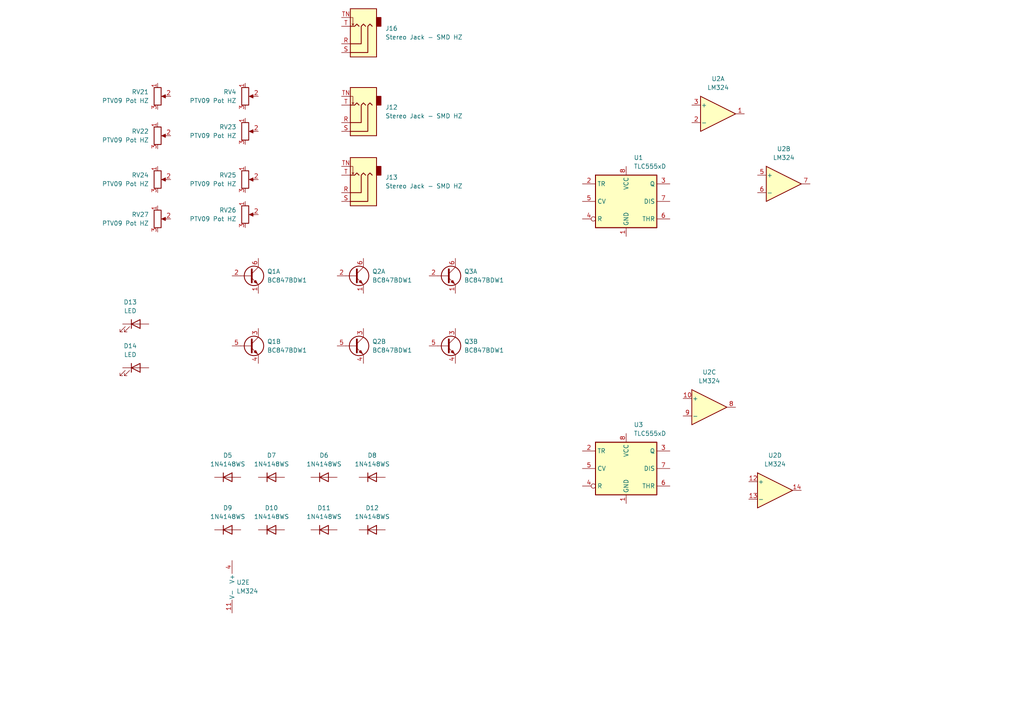
<source format=kicad_sch>
(kicad_sch (version 20231120) (generator "eeschema") (generator_version "8.0")
  (paper "A4")
  (title_block (title "Audio Thing Template") (rev "1.0") (company "velvia-fifty") (comment 1 "https://github.com/velvia-fifty/AudioThings") (comment 2 "You should have changed this already :)") (comment 4 "Stay humble"))
  (lib_symbols
    (symbol "Amplifier_Operational:LM324" (pin_names (offset 0.127))
      (property "Reference" "U" (at 0 5.08 0))
      (property "Value" "LM324" (at 0 -5.08 0))
      (symbol "LM324_1_1"
        (polyline (pts (xy -5.08 5.08) (xy 5.08 0) (xy -5.08 -5.08) (xy -5.08 5.08)) (stroke (width 0.254)) (fill (type background)))
        (pin output line (at 7.62 0 180) (length 2.54) (name "~") (number "1"))
        (pin input line (at -7.62 -2.54 0) (length 2.54) (name "-") (number "2"))
        (pin input line (at -7.62 2.54 0) (length 2.54) (name "+") (number "3"))
      )
      (symbol "LM324_2_1"
        (polyline (pts (xy -5.08 5.08) (xy 5.08 0) (xy -5.08 -5.08) (xy -5.08 5.08)) (stroke (width 0.254)) (fill (type background)))
        (pin input line (at -7.62 2.54 0) (length 2.54) (name "+") (number "5"))
        (pin input line (at -7.62 -2.54 0) (length 2.54) (name "-") (number "6"))
        (pin output line (at 7.62 0 180) (length 2.54) (name "~") (number "7"))
      )
      (symbol "LM324_3_1"
        (polyline (pts (xy -5.08 5.08) (xy 5.08 0) (xy -5.08 -5.08) (xy -5.08 5.08)) (stroke (width 0.254)) (fill (type background)))
        (pin input line (at -7.62 2.54 0) (length 2.54) (name "+") (number "10"))
        (pin output line (at 7.62 0 180) (length 2.54) (name "~") (number "8"))
        (pin input line (at -7.62 -2.54 0) (length 2.54) (name "-") (number "9"))
      )
      (symbol "LM324_4_1"
        (polyline (pts (xy -5.08 5.08) (xy 5.08 0) (xy -5.08 -5.08) (xy -5.08 5.08)) (stroke (width 0.254)) (fill (type background)))
        (pin input line (at -7.62 2.54 0) (length 2.54) (name "+") (number "12"))
        (pin input line (at -7.62 -2.54 0) (length 2.54) (name "-") (number "13"))
        (pin output line (at 7.62 0 180) (length 2.54) (name "~") (number "14"))
      )
      (symbol "LM324_5_1"
        (pin power_in line (at -2.54 -7.62 90) (length 3.81) (name "V-") (number "11"))
        (pin power_in line (at -2.54 7.62 270) (length 3.81) (name "V+") (number "4"))
      )
    )
    (symbol "Connector_Audio:AudioJack3_SwitchT"
      (property "Reference" "J" (at 0 8.89 0))
      (property "Value" "AudioJack3_SwitchT" (at 0 6.35 0))
      (symbol "AudioJack3_SwitchT_0_1"
        (rectangle (start -5.08 -5.08) (end -6.35 -7.62) (stroke (width 0.254)) (fill (type outline)))
        (polyline (pts (xy 1.778 -5.334) (xy 2.032 -5.842)))
        (polyline (pts (xy 0 -5.08) (xy 0.635 -5.715) (xy 1.27 -5.08) (xy 2.54 -5.08)) (stroke (width 0.254)))
        (polyline (pts (xy 2.54 -7.62) (xy 1.778 -7.62) (xy 1.778 -5.334) (xy 1.524 -5.842)))
        (polyline (pts (xy -1.905 -5.08) (xy -1.27 -5.715) (xy -0.635 -5.08) (xy -0.635 0) (xy 2.54 0)) (stroke (width 0.254)))
        (polyline (pts (xy 2.54 2.54) (xy -2.54 2.54) (xy -2.54 -5.08) (xy -3.175 -5.715) (xy -3.81 -5.08)) (stroke (width 0.254)))
        (rectangle (start 2.54 3.81) (end -5.08 -10.16) (stroke (width 0.254)) (fill (type background)))
      )
      (symbol "AudioJack3_SwitchT_1_1"
        (pin passive line (at 5.08 0 180) (length 2.54) (name "~") (number "R"))
        (pin passive line (at 5.08 2.54 180) (length 2.54) (name "~") (number "S"))
        (pin passive line (at 5.08 -5.08 180) (length 2.54) (name "~") (number "T"))
        (pin passive line (at 5.08 -7.62 180) (length 2.54) (name "~") (number "TN"))
      )
    )
    (symbol "Device:LED" (pin_numbers hide) (pin_names (offset 1.016) hide)
      (property "Reference" "D" (at 0 2.54 0))
      (property "Value" "LED" (at 0 -2.54 0))
      (symbol "LED_0_1"
        (polyline (pts (xy -1.27 -1.27) (xy -1.27 1.27)) (stroke (width 0.254)))
        (polyline (pts (xy -1.27 0) (xy 1.27 0)))
        (polyline (pts (xy 1.27 -1.27) (xy 1.27 1.27) (xy -1.27 0) (xy 1.27 -1.27)) (stroke (width 0.254)))
        (polyline (pts (xy -3.048 -0.762) (xy -4.572 -2.286) (xy -3.81 -2.286) (xy -4.572 -2.286) (xy -4.572 -1.524)))
        (polyline (pts (xy -1.778 -0.762) (xy -3.302 -2.286) (xy -2.54 -2.286) (xy -3.302 -2.286) (xy -3.302 -1.524)))
      )
      (symbol "LED_1_1"
        (pin passive line (at -3.81 0 0) (length 2.54) (name "K") (number "1"))
        (pin passive line (at 3.81 0 180) (length 2.54) (name "A") (number "2"))
      )
    )
    (symbol "Device:R_Potentiometer" (pin_names (offset 1.016) hide)
      (property "Reference" "RV" (at -4.445 0 90))
      (property "Value" "R_Potentiometer" (at -2.54 0 90))
      (symbol "R_Potentiometer_0_1"
        (polyline (pts (xy 2.54 0) (xy 1.524 0)))
        (polyline (pts (xy 1.143 0) (xy 2.286 0.508) (xy 2.286 -0.508) (xy 1.143 0)) (fill (type outline)))
        (rectangle (start 1.016 2.54) (end -1.016 -2.54) (stroke (width 0.254)))
      )
      (symbol "R_Potentiometer_1_1"
        (pin passive line (at 0 3.81 270) (length 1.27) (name "1") (number "1"))
        (pin passive line (at 3.81 0 180) (length 1.27) (name "2") (number "2"))
        (pin passive line (at 0 -3.81 90) (length 1.27) (name "3") (number "3"))
      )
    )
    (symbol "Diode:1N4148WS" (pin_numbers hide) (pin_names hide)
      (property "Reference" "D" (at 0 2.54 0))
      (property "Value" "1N4148WS" (at 0 -2.54 0))
      (symbol "1N4148WS_0_1"
        (polyline (pts (xy -1.27 1.27) (xy -1.27 -1.27)) (stroke (width 0.254)))
        (polyline (pts (xy 1.27 0) (xy -1.27 0)))
        (polyline (pts (xy 1.27 1.27) (xy 1.27 -1.27) (xy -1.27 0) (xy 1.27 1.27)) (stroke (width 0.254)))
      )
      (symbol "1N4148WS_1_1"
        (pin passive line (at -3.81 0 0) (length 2.54) (name "K") (number "1"))
        (pin passive line (at 3.81 0 180) (length 2.54) (name "A") (number "2"))
      )
    )
    (symbol "Timer:TLC555xD"
      (property "Reference" "U" (at -10.16 8.89 0))
      (property "Value" "TLC555xD" (at 2.54 8.89 0))
      (symbol "TLC555xD_0_0"
        (pin power_in line (at 0 -10.16 90) (length 2.54) (name "GND") (number "1"))
        (pin power_in line (at 0 10.16 270) (length 2.54) (name "VCC") (number "8"))
      )
      (symbol "TLC555xD_0_1"
        (rectangle (start -8.89 -7.62) (end 8.89 7.62) (stroke (width 0.254)) (fill (type background)))
        (rectangle (start -8.89 -7.62) (end 8.89 7.62) (stroke (width 0.254)) (fill (type background)))
      )
      (symbol "TLC555xD_1_1"
        (pin input line (at -12.7 5.08 0) (length 3.81) (name "TR") (number "2"))
        (pin output line (at 12.7 5.08 180) (length 3.81) (name "Q") (number "3"))
        (pin input inverted (at -12.7 -5.08 0) (length 3.81) (name "R") (number "4"))
        (pin input line (at -12.7 0 0) (length 3.81) (name "CV") (number "5"))
        (pin input line (at 12.7 -5.08 180) (length 3.81) (name "THR") (number "6"))
        (pin input line (at 12.7 0 180) (length 3.81) (name "DIS") (number "7"))
      )
    )
    (symbol "Transistor_BJT:BC847BDW1" (pin_names (offset 0) hide)
      (property "Reference" "Q" (at 5.08 1.27 0))
      (property "Value" "BC847BDW1" (at 5.08 -1.27 0))
      (symbol "BC847BDW1_0_1"
        (polyline (pts (xy 0.635 0) (xy -2.54 0)))
        (polyline (pts (xy 0.635 0.635) (xy 2.54 2.54)))
        (polyline (pts (xy 0.635 -0.635) (xy 2.54 -2.54) (xy 2.54 -2.54)))
        (polyline (pts (xy 0.635 1.905) (xy 0.635 -1.905) (xy 0.635 -1.905)) (stroke (width 0.508)))
        (polyline (pts (xy 1.27 -1.778) (xy 1.778 -1.27) (xy 2.286 -2.286) (xy 1.27 -1.778) (xy 1.27 -1.778)) (fill (type outline)))
        (circle (center 1.27 0) (radius 2.8194) (stroke (width 0.254)))
      )
      (symbol "BC847BDW1_1_1"
        (pin passive line (at 2.54 -5.08 90) (length 2.54) (name "E1") (number "1"))
        (pin input line (at -5.08 0 0) (length 2.54) (name "B1") (number "2"))
        (pin passive line (at 2.54 5.08 270) (length 2.54) (name "C1") (number "6"))
      )
      (symbol "BC847BDW1_2_1"
        (pin passive line (at 2.54 5.08 270) (length 2.54) (name "C2") (number "3"))
        (pin passive line (at 2.54 -5.08 90) (length 2.54) (name "E2") (number "4"))
        (pin input line (at -5.08 0 0) (length 2.54) (name "B2") (number "5"))
      )
    )
  )
  (text "ADSR is a daughter board\n-\nHave interface board for pots and jacks for 6 filters\n\nPlan for at least wuad ADSR pots on the daughter board" (at 131.826 -62.484 0) (effects (font (size 5.08 5.08))))
  (symbol (lib_id "Diode:1N4148WS") (at 107.95 153.67 0) (unit 1)
    (property "Reference" "D12" (at 107.95 147.32 0))
    (property "Value" "1N4148WS" (at 107.95 149.86 0))
    (property "Footprint" "Diode_SMD:D_SOD-323" (effects (hide yes)))
    (property "Datasheet" "https://www.vishay.com/docs/85751/1n4148ws.pdf" (effects (hide yes)))
    (property "Description" "75V 0.15A Fast switching Diode, SOD-323" (effects (hide yes)))
    (property "Sim.Device" "D" (effects (hide yes)))
    (property "Sim.Pins" "1=K 2=A" (effects (hide yes)))
  )
  (symbol (lib_id "Amplifier_Operational:LM324") (at 208.28 33.02 0) (unit 1)
    (property "Reference" "U2" (at 208.28 22.86 0))
    (property "Value" "LM324" (at 208.28 25.4 0))
    (property "Datasheet" "http://www.ti.com/lit/ds/symlink/lm2902-n.pdf" (effects (hide yes)))
    (property "Description" "Low-Power, Quad-Operational Amplifiers, DIP-14/SOIC-14/SSOP-14" (effects (hide yes)))
  )
  (symbol (lib_id "Device:R_Potentiometer") (at 45.72 27.94 0) (unit 1)
    (property "Reference" "RV21" (at 43.18 26.6699 0) (effects (justify right)))
    (property "Value" "PTV09 Pot HZ" (at 43.18 29.2099 0) (effects (justify right)))
    (property "Footprint" "AT-Footprints:Twelve_Turn_Trim_Bourns_3224J_Horizontal" (effects (hide yes)))
    (property "Description" "Potentiometer" (effects (hide yes)))
  )
  (symbol (lib_id "Amplifier_Operational:LM324") (at 205.74 118.11 0) (unit 3)
    (property "Reference" "U2" (at 205.74 107.95 0))
    (property "Value" "LM324" (at 205.74 110.49 0))
    (property "Datasheet" "http://www.ti.com/lit/ds/symlink/lm2902-n.pdf" (effects (hide yes)))
    (property "Description" "Low-Power, Quad-Operational Amplifiers, DIP-14/SOIC-14/SSOP-14" (effects (hide yes)))
  )
  (symbol (lib_id "Transistor_BJT:BC847BDW1") (at 129.54 80.01 0) (unit 1)
    (property "Reference" "Q3" (at 134.62 78.7399 0) (effects (justify left)))
    (property "Value" "BC847BDW1" (at 134.62 81.2799 0) (effects (justify left)))
    (property "Footprint" "Package_TO_SOT_SMD:SOT-363_SC-70-6" (effects (hide yes)))
    (property "Datasheet" "http://www.onsemi.com/pub_link/Collateral/BC846BDW1T1-D.PDF" (effects (hide yes)))
    (property "Description" "100mA IC, 45V Vce, Dual NPN/NPN Transistors, SOT-363" (effects (hide yes)))
  )
  (symbol (lib_id "Device:R_Potentiometer") (at 71.12 38.1 0) (unit 1)
    (property "Reference" "RV23" (at 68.58 36.8299 0) (effects (justify right)))
    (property "Value" "PTV09 Pot HZ" (at 68.58 39.3699 0) (effects (justify right)))
    (property "Footprint" "AT-Footprints:Twelve_Turn_Trim_Bourns_3224J_Horizontal" (effects (hide yes)))
    (property "Description" "Potentiometer" (effects (hide yes)))
  )
  (symbol (lib_id "Diode:1N4148WS") (at 93.98 153.67 0) (unit 1)
    (property "Reference" "D11" (at 93.98 147.32 0))
    (property "Value" "1N4148WS" (at 93.98 149.86 0))
    (property "Footprint" "Diode_SMD:D_SOD-323" (effects (hide yes)))
    (property "Datasheet" "https://www.vishay.com/docs/85751/1n4148ws.pdf" (effects (hide yes)))
    (property "Description" "75V 0.15A Fast switching Diode, SOD-323" (effects (hide yes)))
    (property "Sim.Device" "D" (effects (hide yes)))
    (property "Sim.Pins" "1=K 2=A" (effects (hide yes)))
  )
  (symbol (lib_id "Device:R_Potentiometer") (at 45.72 63.5 0) (unit 1)
    (property "Reference" "RV27" (at 43.18 62.2299 0) (effects (justify right)))
    (property "Value" "PTV09 Pot HZ" (at 43.18 64.7699 0) (effects (justify right)))
    (property "Footprint" "AT-Footprints:Twelve_Turn_Trim_Bourns_3224J_Horizontal" (effects (hide yes)))
    (property "Description" "Potentiometer" (effects (hide yes)))
  )
  (symbol (lib_id "Transistor_BJT:BC847BDW1") (at 102.87 80.01 0) (unit 1)
    (property "Reference" "Q2" (at 107.95 78.7399 0) (effects (justify left)))
    (property "Value" "BC847BDW1" (at 107.95 81.2799 0) (effects (justify left)))
    (property "Footprint" "Package_TO_SOT_SMD:SOT-363_SC-70-6" (effects (hide yes)))
    (property "Datasheet" "http://www.onsemi.com/pub_link/Collateral/BC846BDW1T1-D.PDF" (effects (hide yes)))
    (property "Description" "100mA IC, 45V Vce, Dual NPN/NPN Transistors, SOT-363" (effects (hide yes)))
  )
  (symbol (lib_id "Connector_Audio:AudioJack3_SwitchT") (at 104.14 -7.62 180) (unit 1)
    (property "Reference" "J15" (at 111.76 -12.0651 0) (effects (justify right)))
    (property "Value" "Stereo Jack - SMD HZ" (at 111.76 -9.5251 0) (effects (justify right)))
    (property "Footprint" "AT-Footprints:SMD_STEREO_CUI_SJ-3524-SMT_Horizontal" (effects (hide yes)))
    (property "Description" "Audio Jack, 3 Poles (Stereo / TRS), Switched T Pole (Normalling)" (effects (hide yes)))
  )
  (symbol (lib_id "Transistor_BJT:BC847BDW1") (at 72.39 80.01 0) (unit 1)
    (property "Reference" "Q1" (at 77.47 78.7399 0) (effects (justify left)))
    (property "Value" "BC847BDW1" (at 77.47 81.2799 0) (effects (justify left)))
    (property "Footprint" "Package_TO_SOT_SMD:SOT-363_SC-70-6" (effects (hide yes)))
    (property "Datasheet" "http://www.onsemi.com/pub_link/Collateral/BC846BDW1T1-D.PDF" (effects (hide yes)))
    (property "Description" "100mA IC, 45V Vce, Dual NPN/NPN Transistors, SOT-363" (effects (hide yes)))
  )
  (symbol (lib_id "Device:LED") (at 39.37 106.68 0) (unit 1)
    (property "Reference" "D14" (at 37.7825 100.33 0))
    (property "Value" "LED" (at 37.7825 102.87 0))
    (property "Footprint" "LED_SMD:LED_0805_2012Metric" (effects (hide yes)))
    (property "Description" "Light emitting diode" (effects (hide yes)))
  )
  (symbol (lib_id "Device:R_Potentiometer") (at 45.72 39.37 0) (unit 1)
    (property "Reference" "RV22" (at 43.18 38.0999 0) (effects (justify right)))
    (property "Value" "PTV09 Pot HZ" (at 43.18 40.6399 0) (effects (justify right)))
    (property "Footprint" "AT-Footprints:Twelve_Turn_Trim_Bourns_3224J_Horizontal" (effects (hide yes)))
    (property "Description" "Potentiometer" (effects (hide yes)))
  )
  (symbol (lib_id "Device:R_Potentiometer") (at 71.12 52.07 0) (unit 1)
    (property "Reference" "RV25" (at 68.58 50.7999 0) (effects (justify right)))
    (property "Value" "PTV09 Pot HZ" (at 68.58 53.3399 0) (effects (justify right)))
    (property "Footprint" "AT-Footprints:Twelve_Turn_Trim_Bourns_3224J_Horizontal" (effects (hide yes)))
    (property "Description" "Potentiometer" (effects (hide yes)))
  )
  (symbol (lib_id "Connector_Audio:AudioJack3_SwitchT") (at 104.14 55.88 180) (unit 1)
    (property "Reference" "J13" (at 111.76 51.4349 0) (effects (justify right)))
    (property "Value" "Stereo Jack - SMD HZ" (at 111.76 53.9749 0) (effects (justify right)))
    (property "Footprint" "AT-Footprints:SMD_STEREO_CUI_SJ-3524-SMT_Horizontal" (effects (hide yes)))
    (property "Description" "Audio Jack, 3 Poles (Stereo / TRS), Switched T Pole (Normalling)" (effects (hide yes)))
  )
  (symbol (lib_id "Device:R_Potentiometer") (at 71.12 62.23 0) (unit 1)
    (property "Reference" "RV26" (at 68.58 60.9599 0) (effects (justify right)))
    (property "Value" "PTV09 Pot HZ" (at 68.58 63.4999 0) (effects (justify right)))
    (property "Footprint" "AT-Footprints:Twelve_Turn_Trim_Bourns_3224J_Horizontal" (effects (hide yes)))
    (property "Description" "Potentiometer" (effects (hide yes)))
  )
  (symbol (lib_id "Amplifier_Operational:LM324") (at 69.85 170.18 0) (unit 5)
    (property "Reference" "U2" (at 68.58 168.9099 0) (effects (justify left)))
    (property "Value" "LM324" (at 68.58 171.4499 0) (effects (justify left)))
    (property "Datasheet" "http://www.ti.com/lit/ds/symlink/lm2902-n.pdf" (effects (hide yes)))
    (property "Description" "Low-Power, Quad-Operational Amplifiers, DIP-14/SOIC-14/SSOP-14" (effects (hide yes)))
  )
  (symbol (lib_id "Diode:1N4148WS") (at 66.04 153.67 0) (unit 1)
    (property "Reference" "D9" (at 66.04 147.32 0))
    (property "Value" "1N4148WS" (at 66.04 149.86 0))
    (property "Footprint" "Diode_SMD:D_SOD-323" (effects (hide yes)))
    (property "Datasheet" "https://www.vishay.com/docs/85751/1n4148ws.pdf" (effects (hide yes)))
    (property "Description" "75V 0.15A Fast switching Diode, SOD-323" (effects (hide yes)))
    (property "Sim.Device" "D" (effects (hide yes)))
    (property "Sim.Pins" "1=K 2=A" (effects (hide yes)))
  )
  (symbol (lib_id "Device:R_Potentiometer") (at 71.12 27.94 0) (unit 1)
    (property "Reference" "RV4" (at 68.58 26.6699 0) (effects (justify right)))
    (property "Value" "PTV09 Pot HZ" (at 68.58 29.2099 0) (effects (justify right)))
    (property "Footprint" "AT-Footprints:Twelve_Turn_Trim_Bourns_3224J_Horizontal" (effects (hide yes)))
    (property "Description" "Potentiometer" (effects (hide yes)))
  )
  (symbol (lib_id "Diode:1N4148WS") (at 78.74 153.67 0) (unit 1)
    (property "Reference" "D10" (at 78.74 147.32 0))
    (property "Value" "1N4148WS" (at 78.74 149.86 0))
    (property "Footprint" "Diode_SMD:D_SOD-323" (effects (hide yes)))
    (property "Datasheet" "https://www.vishay.com/docs/85751/1n4148ws.pdf" (effects (hide yes)))
    (property "Description" "75V 0.15A Fast switching Diode, SOD-323" (effects (hide yes)))
    (property "Sim.Device" "D" (effects (hide yes)))
    (property "Sim.Pins" "1=K 2=A" (effects (hide yes)))
  )
  (symbol (lib_id "Device:R_Potentiometer") (at 45.72 52.07 0) (unit 1)
    (property "Reference" "RV24" (at 43.18 50.7999 0) (effects (justify right)))
    (property "Value" "PTV09 Pot HZ" (at 43.18 53.3399 0) (effects (justify right)))
    (property "Footprint" "AT-Footprints:Twelve_Turn_Trim_Bourns_3224J_Horizontal" (effects (hide yes)))
    (property "Description" "Potentiometer" (effects (hide yes)))
  )
  (symbol (lib_id "Transistor_BJT:BC847BDW1") (at 72.39 100.33 0) (unit 2)
    (property "Reference" "Q1" (at 77.47 99.0599 0) (effects (justify left)))
    (property "Value" "BC847BDW1" (at 77.47 101.5999 0) (effects (justify left)))
    (property "Footprint" "Package_TO_SOT_SMD:SOT-363_SC-70-6" (effects (hide yes)))
    (property "Datasheet" "http://www.onsemi.com/pub_link/Collateral/BC846BDW1T1-D.PDF" (effects (hide yes)))
    (property "Description" "100mA IC, 45V Vce, Dual NPN/NPN Transistors, SOT-363" (effects (hide yes)))
  )
  (symbol (lib_id "Timer:TLC555xD") (at 181.61 58.42 0) (unit 1)
    (property "Reference" "U1" (at 183.8041 45.72 0) (effects (justify left)))
    (property "Value" "TLC555xD" (at 183.8041 48.26 0) (effects (justify left)))
    (property "Footprint" "Package_SO:SOIC-8_3.9x4.9mm_P1.27mm" (effects (hide yes)))
    (property "Datasheet" "http://www.ti.com/lit/ds/symlink/tlc555.pdf" (effects (hide yes)))
    (property "Description" "Single LinCMOS Timer, 555 compatible, SOIC-8" (effects (hide yes)))
  )
  (symbol (lib_id "Transistor_BJT:BC847BDW1") (at 129.54 100.33 0) (unit 2)
    (property "Reference" "Q3" (at 134.62 99.0599 0) (effects (justify left)))
    (property "Value" "BC847BDW1" (at 134.62 101.5999 0) (effects (justify left)))
    (property "Footprint" "Package_TO_SOT_SMD:SOT-363_SC-70-6" (effects (hide yes)))
    (property "Datasheet" "http://www.onsemi.com/pub_link/Collateral/BC846BDW1T1-D.PDF" (effects (hide yes)))
    (property "Description" "100mA IC, 45V Vce, Dual NPN/NPN Transistors, SOT-363" (effects (hide yes)))
  )
  (symbol (lib_id "Device:LED") (at 39.37 93.98 0) (unit 1)
    (property "Reference" "D13" (at 37.7825 87.63 0))
    (property "Value" "LED" (at 37.7825 90.17 0))
    (property "Footprint" "LED_SMD:LED_0805_2012Metric" (effects (hide yes)))
    (property "Description" "Light emitting diode" (effects (hide yes)))
  )
  (symbol (lib_id "Diode:1N4148WS") (at 93.98 138.43 0) (unit 1)
    (property "Reference" "D6" (at 93.98 132.08 0))
    (property "Value" "1N4148WS" (at 93.98 134.62 0))
    (property "Footprint" "Diode_SMD:D_SOD-323" (effects (hide yes)))
    (property "Datasheet" "https://www.vishay.com/docs/85751/1n4148ws.pdf" (effects (hide yes)))
    (property "Description" "75V 0.15A Fast switching Diode, SOD-323" (effects (hide yes)))
    (property "Sim.Device" "D" (effects (hide yes)))
    (property "Sim.Pins" "1=K 2=A" (effects (hide yes)))
  )
  (symbol (lib_id "Connector_Audio:AudioJack3_SwitchT") (at 104.14 12.7 180) (unit 1)
    (property "Reference" "J16" (at 111.76 8.2549 0) (effects (justify right)))
    (property "Value" "Stereo Jack - SMD HZ" (at 111.76 10.7949 0) (effects (justify right)))
    (property "Footprint" "AT-Footprints:SMD_STEREO_CUI_SJ-3524-SMT_Horizontal" (effects (hide yes)))
    (property "Description" "Audio Jack, 3 Poles (Stereo / TRS), Switched T Pole (Normalling)" (effects (hide yes)))
  )
  (symbol (lib_id "Amplifier_Operational:LM324") (at 227.33 53.34 0) (unit 2)
    (property "Reference" "U2" (at 227.33 43.18 0))
    (property "Value" "LM324" (at 227.33 45.72 0))
    (property "Datasheet" "http://www.ti.com/lit/ds/symlink/lm2902-n.pdf" (effects (hide yes)))
    (property "Description" "Low-Power, Quad-Operational Amplifiers, DIP-14/SOIC-14/SSOP-14" (effects (hide yes)))
  )
  (symbol (lib_id "Diode:1N4148WS") (at 66.04 138.43 0) (unit 1)
    (property "Reference" "D5" (at 66.04 132.08 0))
    (property "Value" "1N4148WS" (at 66.04 134.62 0))
    (property "Footprint" "Diode_SMD:D_SOD-323" (effects (hide yes)))
    (property "Datasheet" "https://www.vishay.com/docs/85751/1n4148ws.pdf" (effects (hide yes)))
    (property "Description" "75V 0.15A Fast switching Diode, SOD-323" (effects (hide yes)))
    (property "Sim.Device" "D" (effects (hide yes)))
    (property "Sim.Pins" "1=K 2=A" (effects (hide yes)))
  )
  (symbol (lib_id "Timer:TLC555xD") (at 181.61 135.89 0) (unit 1)
    (property "Reference" "U3" (at 183.8041 123.19 0) (effects (justify left)))
    (property "Value" "TLC555xD" (at 183.8041 125.73 0) (effects (justify left)))
    (property "Footprint" "Package_SO:SOIC-8_3.9x4.9mm_P1.27mm" (effects (hide yes)))
    (property "Datasheet" "http://www.ti.com/lit/ds/symlink/tlc555.pdf" (effects (hide yes)))
    (property "Description" "Single LinCMOS Timer, 555 compatible, SOIC-8" (effects (hide yes)))
  )
  (symbol (lib_id "Amplifier_Operational:LM324") (at 224.79 142.24 0) (unit 4)
    (property "Reference" "U2" (at 224.79 132.08 0))
    (property "Value" "LM324" (at 224.79 134.62 0))
    (property "Datasheet" "http://www.ti.com/lit/ds/symlink/lm2902-n.pdf" (effects (hide yes)))
    (property "Description" "Low-Power, Quad-Operational Amplifiers, DIP-14/SOIC-14/SSOP-14" (effects (hide yes)))
  )
  (symbol (lib_id "Transistor_BJT:BC847BDW1") (at 102.87 100.33 0) (unit 2)
    (property "Reference" "Q2" (at 107.95 99.0599 0) (effects (justify left)))
    (property "Value" "BC847BDW1" (at 107.95 101.5999 0) (effects (justify left)))
    (property "Footprint" "Package_TO_SOT_SMD:SOT-363_SC-70-6" (effects (hide yes)))
    (property "Datasheet" "http://www.onsemi.com/pub_link/Collateral/BC846BDW1T1-D.PDF" (effects (hide yes)))
    (property "Description" "100mA IC, 45V Vce, Dual NPN/NPN Transistors, SOT-363" (effects (hide yes)))
  )
  (symbol (lib_id "Connector_Audio:AudioJack3_SwitchT") (at 104.14 35.56 180) (unit 1)
    (property "Reference" "J12" (at 111.76 31.1149 0) (effects (justify right)))
    (property "Value" "Stereo Jack - SMD HZ" (at 111.76 33.6549 0) (effects (justify right)))
    (property "Footprint" "AT-Footprints:SMD_STEREO_CUI_SJ-3524-SMT_Horizontal" (effects (hide yes)))
    (property "Description" "Audio Jack, 3 Poles (Stereo / TRS), Switched T Pole (Normalling)" (effects (hide yes)))
  )
  (symbol (lib_id "Diode:1N4148WS") (at 107.95 138.43 0) (unit 1)
    (property "Reference" "D8" (at 107.95 132.08 0))
    (property "Value" "1N4148WS" (at 107.95 134.62 0))
    (property "Footprint" "Diode_SMD:D_SOD-323" (effects (hide yes)))
    (property "Datasheet" "https://www.vishay.com/docs/85751/1n4148ws.pdf" (effects (hide yes)))
    (property "Description" "75V 0.15A Fast switching Diode, SOD-323" (effects (hide yes)))
    (property "Sim.Device" "D" (effects (hide yes)))
    (property "Sim.Pins" "1=K 2=A" (effects (hide yes)))
  )
  (symbol (lib_id "Diode:1N4148WS") (at 78.74 138.43 0) (unit 1)
    (property "Reference" "D7" (at 78.74 132.08 0))
    (property "Value" "1N4148WS" (at 78.74 134.62 0))
    (property "Footprint" "Diode_SMD:D_SOD-323" (effects (hide yes)))
    (property "Datasheet" "https://www.vishay.com/docs/85751/1n4148ws.pdf" (effects (hide yes)))
    (property "Description" "75V 0.15A Fast switching Diode, SOD-323" (effects (hide yes)))
    (property "Sim.Device" "D" (effects (hide yes)))
    (property "Sim.Pins" "1=K 2=A" (effects (hide yes)))
  )
)
</source>
